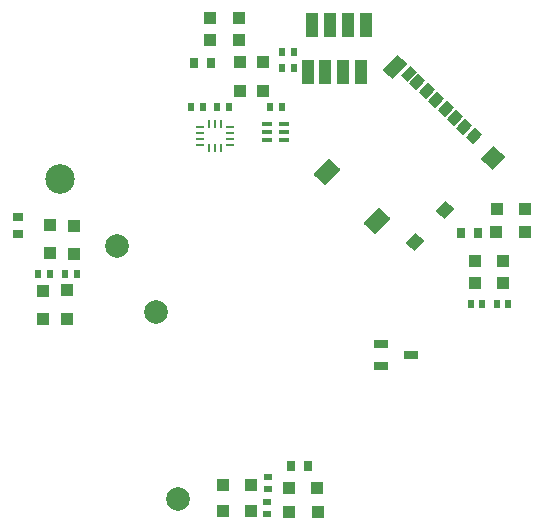
<source format=gbp>
%TF.GenerationSoftware,KiCad,Pcbnew,9.0.4*%
%TF.CreationDate,2026-01-16T13:37:39-08:00*%
%TF.ProjectId,u_anemometer,755f616e-656d-46f6-9d65-7465722e6b69,rev?*%
%TF.SameCoordinates,Original*%
%TF.FileFunction,Paste,Bot*%
%TF.FilePolarity,Positive*%
%FSLAX46Y46*%
G04 Gerber Fmt 4.6, Leading zero omitted, Abs format (unit mm)*
G04 Created by KiCad (PCBNEW 9.0.4) date 2026-01-16 13:37:39*
%MOMM*%
%LPD*%
G01*
G04 APERTURE LIST*
G04 Aperture macros list*
%AMFreePoly0*
4,1,5,0.425000,-0.550000,-0.425000,-0.550000,-0.425000,0.550000,0.425000,0.550000,0.425000,-0.550000,0.425000,-0.550000,$1*%
%AMFreePoly1*
4,1,5,0.425500,-0.549500,-0.424500,-0.549501,-0.424500,0.550500,0.425501,0.550500,0.425500,-0.549500,0.425500,-0.549500,$1*%
%AMFreePoly2*
4,1,5,0.425500,-0.550000,-0.424500,-0.550000,-0.424500,0.549999,0.425500,0.550000,0.425500,-0.550000,0.425500,-0.550000,$1*%
%AMFreePoly3*
4,1,5,0.375000,-0.550000,-0.375000,-0.550000,-0.375000,0.550000,0.375000,0.550000,0.375000,-0.550000,0.375000,-0.550000,$1*%
%AMFreePoly4*
4,1,5,0.585000,-0.900000,-0.585000,-0.900000,-0.585000,0.900000,0.585000,0.900000,0.585000,-0.900000,0.585000,-0.900000,$1*%
%AMFreePoly5*
4,1,5,0.950000,-0.675000,-0.950000,-0.675000,-0.950000,0.675000,0.950000,0.675000,0.950000,-0.675000,0.950000,-0.675000,$1*%
%AMFreePoly6*
4,1,5,0.950500,-0.675000,-0.949500,-0.675000,-0.949500,0.674999,0.950500,0.675000,0.950500,-0.675000,0.950500,-0.675000,$1*%
%AMFreePoly7*
4,1,5,0.600000,-0.500000,-0.600000,-0.500000,-0.600000,0.500000,0.600000,0.500000,0.600000,-0.500000,0.600000,-0.500000,$1*%
%AMFreePoly8*
4,1,5,0.775000,-0.675000,-0.775000,-0.675000,-0.775000,0.675000,0.775000,0.675000,0.775000,-0.675000,0.775000,-0.675000,$1*%
G04 Aperture macros list end*
%ADD10C,2.000000*%
%ADD11C,2.500000*%
%ADD12R,0.500000X0.800000*%
%ADD13R,0.950000X0.400000*%
%ADD14R,0.800000X0.900000*%
%ADD15R,1.000000X1.000000*%
%ADD16R,1.000000X2.000000*%
%ADD17R,0.800000X0.500000*%
%ADD18R,1.250000X0.700000*%
%ADD19R,0.900000X0.800000*%
%ADD20FreePoly0,136.000000*%
%ADD21FreePoly1,136.000000*%
%ADD22FreePoly2,136.000000*%
%ADD23FreePoly3,136.000000*%
%ADD24FreePoly4,136.000000*%
%ADD25FreePoly5,46.000000*%
%ADD26FreePoly6,46.000000*%
%ADD27FreePoly7,46.000000*%
%ADD28FreePoly8,46.000000*%
%ADD29R,0.675000X0.250000*%
%ADD30R,0.250000X0.675000*%
G04 APERTURE END LIST*
D10*
%TO.C,*%
X139900000Y-113100000D03*
%TD*%
%TO.C,*%
X136600000Y-107550000D03*
%TD*%
%TO.C,*%
X141751500Y-129001000D03*
%TD*%
D11*
%TO.C,*%
X131750000Y-101900000D03*
%TD*%
D12*
%TO.C,R26*%
X129900000Y-109900000D03*
X130900000Y-109900000D03*
%TD*%
D13*
%TO.C,U10*%
X149275000Y-98550000D03*
X149275000Y-97900000D03*
X149275000Y-97250000D03*
X150725000Y-97250000D03*
X150725000Y-97900000D03*
X150725000Y-98550000D03*
%TD*%
D14*
%TO.C,C32*%
X144500000Y-92050000D03*
X143100000Y-92050000D03*
%TD*%
D15*
%TO.C,D14*%
X130300000Y-111350000D03*
X130300000Y-113750000D03*
%TD*%
D12*
%TO.C,C52*%
X146000000Y-95800000D03*
X145000000Y-95800000D03*
%TD*%
D16*
%TO.C,UART3*%
X153100000Y-88850000D03*
X154600000Y-88850000D03*
X156100000Y-88850000D03*
X157600000Y-88850000D03*
%TD*%
D12*
%TO.C,C26*%
X166500000Y-112451000D03*
X167500000Y-112451000D03*
%TD*%
D17*
%TO.C,C46*%
X149350000Y-127100000D03*
X149350000Y-128100000D03*
%TD*%
D12*
%TO.C,R12*%
X169699000Y-112449000D03*
X168699000Y-112449000D03*
%TD*%
D16*
%TO.C,SWD1*%
X152700000Y-92850000D03*
X154200000Y-92850000D03*
X155700000Y-92850000D03*
X157200000Y-92850000D03*
%TD*%
D15*
%TO.C,D6*%
X169250000Y-108850000D03*
X166850000Y-108850000D03*
%TD*%
D18*
%TO.C,Q3*%
X158950000Y-117700000D03*
X158950000Y-115800000D03*
X161449500Y-116750000D03*
%TD*%
D15*
%TO.C,D16*%
X153550000Y-130100000D03*
X151150000Y-130100000D03*
%TD*%
%TO.C,D11*%
X147000500Y-94400000D03*
X147000500Y-92000000D03*
%TD*%
%TO.C,D17*%
X151100000Y-128000000D03*
X153500000Y-128000000D03*
%TD*%
%TO.C,D5*%
X168675500Y-106375000D03*
X171075500Y-106375000D03*
%TD*%
D17*
%TO.C,R36*%
X149300000Y-130250000D03*
X149300000Y-129250000D03*
%TD*%
D12*
%TO.C,C53*%
X150550500Y-95750500D03*
X149550500Y-95750500D03*
%TD*%
%TO.C,C40*%
X133150000Y-109900000D03*
X132150000Y-109900000D03*
%TD*%
D15*
%TO.C,D19*%
X145500000Y-127750000D03*
X147900000Y-127750000D03*
%TD*%
%TO.C,D10*%
X148951000Y-92000000D03*
X148951000Y-94400000D03*
%TD*%
D19*
%TO.C,C34*%
X128200000Y-105100000D03*
X128200000Y-106500000D03*
%TD*%
D12*
%TO.C,C33*%
X151550000Y-92450000D03*
X150550000Y-92450000D03*
%TD*%
D15*
%TO.C,D13*%
X132900000Y-105850000D03*
X132900000Y-108250000D03*
%TD*%
%TO.C,D4*%
X171101000Y-104399000D03*
X168701000Y-104399000D03*
%TD*%
D12*
%TO.C,C51*%
X143850000Y-95800000D03*
X142850000Y-95800000D03*
%TD*%
D15*
%TO.C,D8*%
X146850000Y-88250000D03*
X144450000Y-88250000D03*
%TD*%
%TO.C,D15*%
X132350000Y-113700000D03*
X132350000Y-111300000D03*
%TD*%
D20*
%TO.C,SD1*%
X166748784Y-98268698D03*
X165957510Y-97504573D03*
D21*
X165165529Y-96740461D03*
D22*
X164374603Y-95975978D03*
X163583329Y-95211853D03*
D21*
X162791708Y-94448089D03*
D22*
X162000781Y-93683605D03*
D23*
X161245834Y-92954561D03*
D24*
X160132302Y-92365793D03*
D25*
X154312419Y-101307561D03*
D26*
X158606518Y-105454324D03*
D27*
X161801859Y-107184619D03*
X164372095Y-104523062D03*
D28*
X168431527Y-100067475D03*
%TD*%
D15*
%TO.C,D7*%
X166850000Y-110650000D03*
X169250000Y-110650000D03*
%TD*%
%TO.C,D18*%
X147900000Y-129950000D03*
X145500000Y-129950000D03*
%TD*%
D14*
%TO.C,C24*%
X167100000Y-106400000D03*
X165700000Y-106400000D03*
%TD*%
D15*
%TO.C,D9*%
X144450000Y-90100000D03*
X146850000Y-90100000D03*
%TD*%
%TO.C,D12*%
X130850000Y-108150000D03*
X130850000Y-105750000D03*
%TD*%
D29*
%TO.C,U9*%
X143587500Y-98950000D03*
X143587500Y-98450000D03*
X143587500Y-97950000D03*
X143587500Y-97450000D03*
D30*
X144350000Y-97187000D03*
X144850000Y-97187000D03*
X145350000Y-97187000D03*
D29*
X146112500Y-97450000D03*
X146112500Y-97950000D03*
X146112500Y-98450000D03*
X146112500Y-98950000D03*
D30*
X145350000Y-99213000D03*
X144850000Y-99213000D03*
X144350000Y-99213000D03*
%TD*%
D12*
%TO.C,R21*%
X151550000Y-91100000D03*
X150550000Y-91100000D03*
%TD*%
D14*
%TO.C,C44*%
X151300000Y-126200000D03*
X152700000Y-126200000D03*
%TD*%
M02*

</source>
